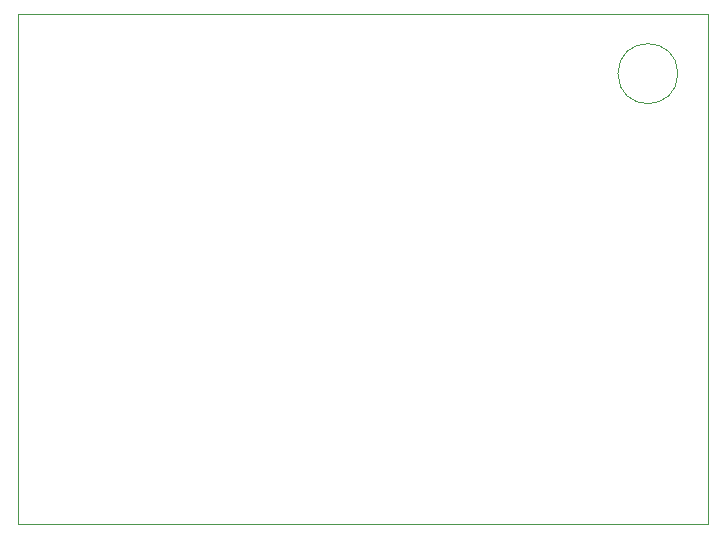
<source format=gbr>
%TF.GenerationSoftware,KiCad,Pcbnew,(6.0.11)*%
%TF.CreationDate,2023-02-16T14:33:20-08:00*%
%TF.ProjectId,Lab 4 Exercise 2,4c616220-3420-4457-9865-726369736520,rev?*%
%TF.SameCoordinates,Original*%
%TF.FileFunction,Profile,NP*%
%FSLAX46Y46*%
G04 Gerber Fmt 4.6, Leading zero omitted, Abs format (unit mm)*
G04 Created by KiCad (PCBNEW (6.0.11)) date 2023-02-16 14:33:20*
%MOMM*%
%LPD*%
G01*
G04 APERTURE LIST*
%TA.AperFunction,Profile*%
%ADD10C,0.100000*%
%TD*%
G04 APERTURE END LIST*
D10*
X124460000Y-78740000D02*
X182880000Y-78740000D01*
X182880000Y-78740000D02*
X182880000Y-121920000D01*
X182880000Y-121920000D02*
X124460000Y-121920000D01*
X124460000Y-121920000D02*
X124460000Y-78740000D01*
X180340000Y-83820000D02*
G75*
G03*
X180340000Y-83820000I-2540000J0D01*
G01*
M02*

</source>
